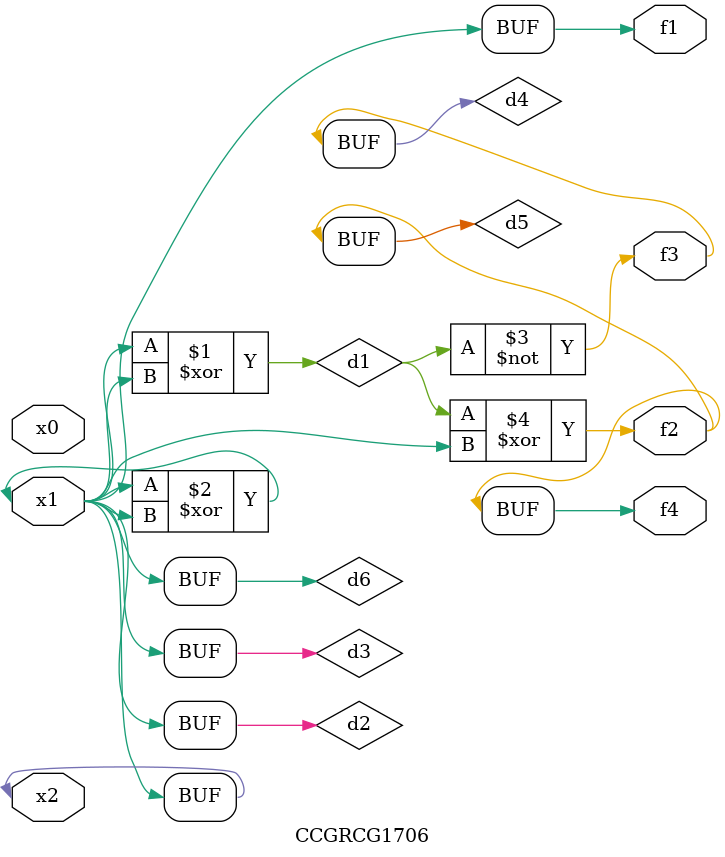
<source format=v>
module CCGRCG1706(
	input x0, x1, x2,
	output f1, f2, f3, f4
);

	wire d1, d2, d3, d4, d5, d6;

	xor (d1, x1, x2);
	buf (d2, x1, x2);
	xor (d3, x1, x2);
	nor (d4, d1);
	xor (d5, d1, d2);
	buf (d6, d2, d3);
	assign f1 = d6;
	assign f2 = d5;
	assign f3 = d4;
	assign f4 = d5;
endmodule

</source>
